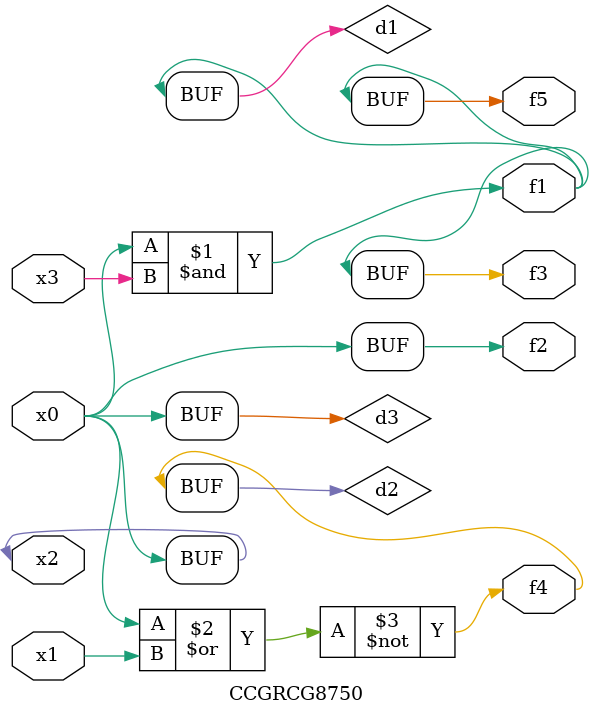
<source format=v>
module CCGRCG8750(
	input x0, x1, x2, x3,
	output f1, f2, f3, f4, f5
);

	wire d1, d2, d3;

	and (d1, x2, x3);
	nor (d2, x0, x1);
	buf (d3, x0, x2);
	assign f1 = d1;
	assign f2 = d3;
	assign f3 = d1;
	assign f4 = d2;
	assign f5 = d1;
endmodule

</source>
